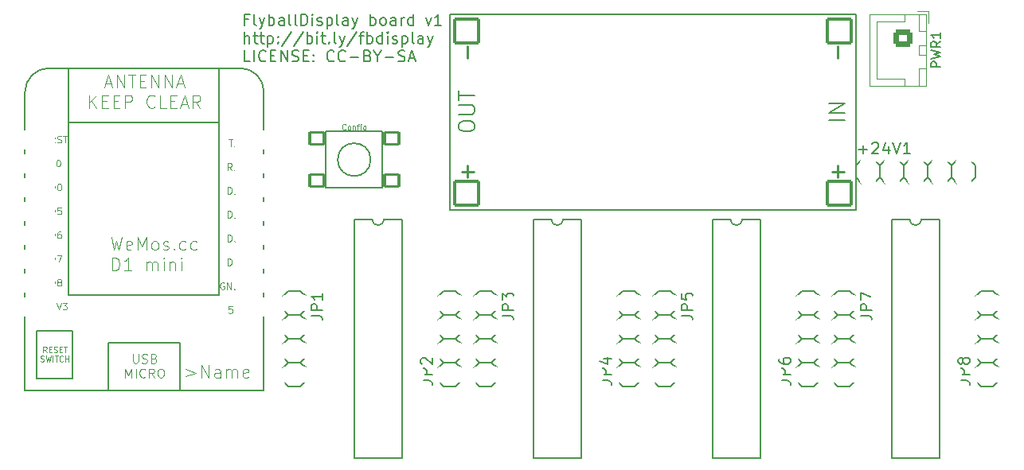
<source format=gto>
G04 #@! TF.GenerationSoftware,KiCad,Pcbnew,(6.0.4)*
G04 #@! TF.CreationDate,2022-03-19T22:36:38+01:00*
G04 #@! TF.ProjectId,FlyballDisplay,466c7962-616c-46c4-9469-73706c61792e,rev?*
G04 #@! TF.SameCoordinates,Original*
G04 #@! TF.FileFunction,Legend,Top*
G04 #@! TF.FilePolarity,Positive*
%FSLAX46Y46*%
G04 Gerber Fmt 4.6, Leading zero omitted, Abs format (unit mm)*
G04 Created by KiCad (PCBNEW (6.0.4)) date 2022-03-19 22:36:38*
%MOMM*%
%LPD*%
G01*
G04 APERTURE LIST*
G04 Aperture macros list*
%AMRoundRect*
0 Rectangle with rounded corners*
0 $1 Rounding radius*
0 $2 $3 $4 $5 $6 $7 $8 $9 X,Y pos of 4 corners*
0 Add a 4 corners polygon primitive as box body*
4,1,4,$2,$3,$4,$5,$6,$7,$8,$9,$2,$3,0*
0 Add four circle primitives for the rounded corners*
1,1,$1+$1,$2,$3*
1,1,$1+$1,$4,$5*
1,1,$1+$1,$6,$7*
1,1,$1+$1,$8,$9*
0 Add four rect primitives between the rounded corners*
20,1,$1+$1,$2,$3,$4,$5,0*
20,1,$1+$1,$4,$5,$6,$7,0*
20,1,$1+$1,$6,$7,$8,$9,0*
20,1,$1+$1,$8,$9,$2,$3,0*%
G04 Aperture macros list end*
%ADD10C,0.142240*%
%ADD11C,0.150000*%
%ADD12C,0.050800*%
%ADD13C,0.081280*%
%ADD14C,0.113792*%
%ADD15C,0.060960*%
%ADD16C,0.127000*%
%ADD17C,0.121920*%
%ADD18C,0.120000*%
%ADD19C,0.203200*%
%ADD20C,0.152400*%
%ADD21C,0.254000*%
%ADD22RoundRect,0.301000X-0.750000X0.600000X-0.750000X-0.600000X0.750000X-0.600000X0.750000X0.600000X0*%
%ADD23O,2.102000X1.802000*%
%ADD24O,3.962400X2.133600*%
%ADD25C,3.302000*%
%ADD26C,2.235200*%
%ADD27O,3.336800X1.820800*%
%ADD28C,3.102000*%
%ADD29RoundRect,0.152400X1.250000X1.250000X-1.250000X1.250000X-1.250000X-1.250000X1.250000X-1.250000X0*%
%ADD30O,1.820800X3.336800*%
%ADD31RoundRect,0.152400X0.775000X-0.650000X0.775000X0.650000X-0.775000X0.650000X-0.775000X-0.650000X0*%
G04 APERTURE END LIST*
D10*
X120920170Y-81810285D02*
X120520170Y-81810285D01*
X120520170Y-82438857D02*
X120520170Y-81238857D01*
X121091598Y-81238857D01*
X121720170Y-82438857D02*
X121605884Y-82381714D01*
X121548741Y-82267428D01*
X121548741Y-81238857D01*
X122063027Y-81638857D02*
X122348741Y-82438857D01*
X122634456Y-81638857D02*
X122348741Y-82438857D01*
X122234456Y-82724571D01*
X122177313Y-82781714D01*
X122063027Y-82838857D01*
X123091598Y-82438857D02*
X123091598Y-81238857D01*
X123091598Y-81696000D02*
X123205884Y-81638857D01*
X123434456Y-81638857D01*
X123548741Y-81696000D01*
X123605884Y-81753142D01*
X123663027Y-81867428D01*
X123663027Y-82210285D01*
X123605884Y-82324571D01*
X123548741Y-82381714D01*
X123434456Y-82438857D01*
X123205884Y-82438857D01*
X123091598Y-82381714D01*
X124691598Y-82438857D02*
X124691598Y-81810285D01*
X124634456Y-81696000D01*
X124520170Y-81638857D01*
X124291598Y-81638857D01*
X124177313Y-81696000D01*
X124691598Y-82381714D02*
X124577313Y-82438857D01*
X124291598Y-82438857D01*
X124177313Y-82381714D01*
X124120170Y-82267428D01*
X124120170Y-82153142D01*
X124177313Y-82038857D01*
X124291598Y-81981714D01*
X124577313Y-81981714D01*
X124691598Y-81924571D01*
X125434456Y-82438857D02*
X125320170Y-82381714D01*
X125263027Y-82267428D01*
X125263027Y-81238857D01*
X126063027Y-82438857D02*
X125948741Y-82381714D01*
X125891598Y-82267428D01*
X125891598Y-81238857D01*
X126520170Y-82438857D02*
X126520170Y-81238857D01*
X126805884Y-81238857D01*
X126977313Y-81296000D01*
X127091598Y-81410285D01*
X127148741Y-81524571D01*
X127205884Y-81753142D01*
X127205884Y-81924571D01*
X127148741Y-82153142D01*
X127091598Y-82267428D01*
X126977313Y-82381714D01*
X126805884Y-82438857D01*
X126520170Y-82438857D01*
X127720170Y-82438857D02*
X127720170Y-81638857D01*
X127720170Y-81238857D02*
X127663027Y-81296000D01*
X127720170Y-81353142D01*
X127777313Y-81296000D01*
X127720170Y-81238857D01*
X127720170Y-81353142D01*
X128234456Y-82381714D02*
X128348741Y-82438857D01*
X128577313Y-82438857D01*
X128691598Y-82381714D01*
X128748741Y-82267428D01*
X128748741Y-82210285D01*
X128691598Y-82096000D01*
X128577313Y-82038857D01*
X128405884Y-82038857D01*
X128291598Y-81981714D01*
X128234456Y-81867428D01*
X128234456Y-81810285D01*
X128291598Y-81696000D01*
X128405884Y-81638857D01*
X128577313Y-81638857D01*
X128691598Y-81696000D01*
X129263027Y-81638857D02*
X129263027Y-82838857D01*
X129263027Y-81696000D02*
X129377313Y-81638857D01*
X129605884Y-81638857D01*
X129720170Y-81696000D01*
X129777313Y-81753142D01*
X129834456Y-81867428D01*
X129834456Y-82210285D01*
X129777313Y-82324571D01*
X129720170Y-82381714D01*
X129605884Y-82438857D01*
X129377313Y-82438857D01*
X129263027Y-82381714D01*
X130520170Y-82438857D02*
X130405884Y-82381714D01*
X130348741Y-82267428D01*
X130348741Y-81238857D01*
X131491598Y-82438857D02*
X131491598Y-81810285D01*
X131434456Y-81696000D01*
X131320170Y-81638857D01*
X131091598Y-81638857D01*
X130977313Y-81696000D01*
X131491598Y-82381714D02*
X131377313Y-82438857D01*
X131091598Y-82438857D01*
X130977313Y-82381714D01*
X130920170Y-82267428D01*
X130920170Y-82153142D01*
X130977313Y-82038857D01*
X131091598Y-81981714D01*
X131377313Y-81981714D01*
X131491598Y-81924571D01*
X131948741Y-81638857D02*
X132234456Y-82438857D01*
X132520170Y-81638857D02*
X132234456Y-82438857D01*
X132120170Y-82724571D01*
X132063027Y-82781714D01*
X131948741Y-82838857D01*
X133891598Y-82438857D02*
X133891598Y-81238857D01*
X133891598Y-81696000D02*
X134005884Y-81638857D01*
X134234456Y-81638857D01*
X134348741Y-81696000D01*
X134405884Y-81753142D01*
X134463027Y-81867428D01*
X134463027Y-82210285D01*
X134405884Y-82324571D01*
X134348741Y-82381714D01*
X134234456Y-82438857D01*
X134005884Y-82438857D01*
X133891598Y-82381714D01*
X135148741Y-82438857D02*
X135034456Y-82381714D01*
X134977313Y-82324571D01*
X134920170Y-82210285D01*
X134920170Y-81867428D01*
X134977313Y-81753142D01*
X135034456Y-81696000D01*
X135148741Y-81638857D01*
X135320170Y-81638857D01*
X135434456Y-81696000D01*
X135491598Y-81753142D01*
X135548741Y-81867428D01*
X135548741Y-82210285D01*
X135491598Y-82324571D01*
X135434456Y-82381714D01*
X135320170Y-82438857D01*
X135148741Y-82438857D01*
X136577313Y-82438857D02*
X136577313Y-81810285D01*
X136520170Y-81696000D01*
X136405884Y-81638857D01*
X136177313Y-81638857D01*
X136063027Y-81696000D01*
X136577313Y-82381714D02*
X136463027Y-82438857D01*
X136177313Y-82438857D01*
X136063027Y-82381714D01*
X136005884Y-82267428D01*
X136005884Y-82153142D01*
X136063027Y-82038857D01*
X136177313Y-81981714D01*
X136463027Y-81981714D01*
X136577313Y-81924571D01*
X137148741Y-82438857D02*
X137148741Y-81638857D01*
X137148741Y-81867428D02*
X137205884Y-81753142D01*
X137263027Y-81696000D01*
X137377313Y-81638857D01*
X137491598Y-81638857D01*
X138405884Y-82438857D02*
X138405884Y-81238857D01*
X138405884Y-82381714D02*
X138291598Y-82438857D01*
X138063027Y-82438857D01*
X137948741Y-82381714D01*
X137891598Y-82324571D01*
X137834456Y-82210285D01*
X137834456Y-81867428D01*
X137891598Y-81753142D01*
X137948741Y-81696000D01*
X138063027Y-81638857D01*
X138291598Y-81638857D01*
X138405884Y-81696000D01*
X139777313Y-81638857D02*
X140063027Y-82438857D01*
X140348741Y-81638857D01*
X141434456Y-82438857D02*
X140748741Y-82438857D01*
X141091598Y-82438857D02*
X141091598Y-81238857D01*
X140977313Y-81410285D01*
X140863027Y-81524571D01*
X140748741Y-81581714D01*
X120520170Y-84370857D02*
X120520170Y-83170857D01*
X121034456Y-84370857D02*
X121034456Y-83742285D01*
X120977313Y-83628000D01*
X120863027Y-83570857D01*
X120691598Y-83570857D01*
X120577313Y-83628000D01*
X120520170Y-83685142D01*
X121434456Y-83570857D02*
X121891598Y-83570857D01*
X121605884Y-83170857D02*
X121605884Y-84199428D01*
X121663027Y-84313714D01*
X121777313Y-84370857D01*
X121891598Y-84370857D01*
X122120170Y-83570857D02*
X122577313Y-83570857D01*
X122291598Y-83170857D02*
X122291598Y-84199428D01*
X122348741Y-84313714D01*
X122463027Y-84370857D01*
X122577313Y-84370857D01*
X122977313Y-83570857D02*
X122977313Y-84770857D01*
X122977313Y-83628000D02*
X123091598Y-83570857D01*
X123320170Y-83570857D01*
X123434456Y-83628000D01*
X123491598Y-83685142D01*
X123548741Y-83799428D01*
X123548741Y-84142285D01*
X123491598Y-84256571D01*
X123434456Y-84313714D01*
X123320170Y-84370857D01*
X123091598Y-84370857D01*
X122977313Y-84313714D01*
X124063027Y-84256571D02*
X124120170Y-84313714D01*
X124063027Y-84370857D01*
X124005884Y-84313714D01*
X124063027Y-84256571D01*
X124063027Y-84370857D01*
X124063027Y-83628000D02*
X124120170Y-83685142D01*
X124063027Y-83742285D01*
X124005884Y-83685142D01*
X124063027Y-83628000D01*
X124063027Y-83742285D01*
X125491598Y-83113714D02*
X124463027Y-84656571D01*
X126748741Y-83113714D02*
X125720170Y-84656571D01*
X127148741Y-84370857D02*
X127148741Y-83170857D01*
X127148741Y-83628000D02*
X127263027Y-83570857D01*
X127491598Y-83570857D01*
X127605884Y-83628000D01*
X127663027Y-83685142D01*
X127720170Y-83799428D01*
X127720170Y-84142285D01*
X127663027Y-84256571D01*
X127605884Y-84313714D01*
X127491598Y-84370857D01*
X127263027Y-84370857D01*
X127148741Y-84313714D01*
X128234456Y-84370857D02*
X128234456Y-83570857D01*
X128234456Y-83170857D02*
X128177313Y-83228000D01*
X128234456Y-83285142D01*
X128291598Y-83228000D01*
X128234456Y-83170857D01*
X128234456Y-83285142D01*
X128634456Y-83570857D02*
X129091598Y-83570857D01*
X128805884Y-83170857D02*
X128805884Y-84199428D01*
X128863027Y-84313714D01*
X128977313Y-84370857D01*
X129091598Y-84370857D01*
X129491598Y-84256571D02*
X129548741Y-84313714D01*
X129491598Y-84370857D01*
X129434456Y-84313714D01*
X129491598Y-84256571D01*
X129491598Y-84370857D01*
X130234456Y-84370857D02*
X130120170Y-84313714D01*
X130063027Y-84199428D01*
X130063027Y-83170857D01*
X130577313Y-83570857D02*
X130863027Y-84370857D01*
X131148741Y-83570857D02*
X130863027Y-84370857D01*
X130748741Y-84656571D01*
X130691598Y-84713714D01*
X130577313Y-84770857D01*
X132463027Y-83113714D02*
X131434456Y-84656571D01*
X132691598Y-83570857D02*
X133148741Y-83570857D01*
X132863027Y-84370857D02*
X132863027Y-83342285D01*
X132920170Y-83228000D01*
X133034456Y-83170857D01*
X133148741Y-83170857D01*
X133548741Y-84370857D02*
X133548741Y-83170857D01*
X133548741Y-83628000D02*
X133663027Y-83570857D01*
X133891598Y-83570857D01*
X134005884Y-83628000D01*
X134063027Y-83685142D01*
X134120170Y-83799428D01*
X134120170Y-84142285D01*
X134063027Y-84256571D01*
X134005884Y-84313714D01*
X133891598Y-84370857D01*
X133663027Y-84370857D01*
X133548741Y-84313714D01*
X135148741Y-84370857D02*
X135148741Y-83170857D01*
X135148741Y-84313714D02*
X135034456Y-84370857D01*
X134805884Y-84370857D01*
X134691598Y-84313714D01*
X134634456Y-84256571D01*
X134577313Y-84142285D01*
X134577313Y-83799428D01*
X134634456Y-83685142D01*
X134691598Y-83628000D01*
X134805884Y-83570857D01*
X135034456Y-83570857D01*
X135148741Y-83628000D01*
X135720170Y-84370857D02*
X135720170Y-83570857D01*
X135720170Y-83170857D02*
X135663027Y-83228000D01*
X135720170Y-83285142D01*
X135777313Y-83228000D01*
X135720170Y-83170857D01*
X135720170Y-83285142D01*
X136234456Y-84313714D02*
X136348741Y-84370857D01*
X136577313Y-84370857D01*
X136691598Y-84313714D01*
X136748741Y-84199428D01*
X136748741Y-84142285D01*
X136691598Y-84028000D01*
X136577313Y-83970857D01*
X136405884Y-83970857D01*
X136291598Y-83913714D01*
X136234456Y-83799428D01*
X136234456Y-83742285D01*
X136291598Y-83628000D01*
X136405884Y-83570857D01*
X136577313Y-83570857D01*
X136691598Y-83628000D01*
X137263027Y-83570857D02*
X137263027Y-84770857D01*
X137263027Y-83628000D02*
X137377313Y-83570857D01*
X137605884Y-83570857D01*
X137720170Y-83628000D01*
X137777313Y-83685142D01*
X137834456Y-83799428D01*
X137834456Y-84142285D01*
X137777313Y-84256571D01*
X137720170Y-84313714D01*
X137605884Y-84370857D01*
X137377313Y-84370857D01*
X137263027Y-84313714D01*
X138520170Y-84370857D02*
X138405884Y-84313714D01*
X138348741Y-84199428D01*
X138348741Y-83170857D01*
X139491598Y-84370857D02*
X139491598Y-83742285D01*
X139434456Y-83628000D01*
X139320170Y-83570857D01*
X139091598Y-83570857D01*
X138977313Y-83628000D01*
X139491598Y-84313714D02*
X139377313Y-84370857D01*
X139091598Y-84370857D01*
X138977313Y-84313714D01*
X138920170Y-84199428D01*
X138920170Y-84085142D01*
X138977313Y-83970857D01*
X139091598Y-83913714D01*
X139377313Y-83913714D01*
X139491598Y-83856571D01*
X139948741Y-83570857D02*
X140234456Y-84370857D01*
X140520170Y-83570857D02*
X140234456Y-84370857D01*
X140120170Y-84656571D01*
X140063027Y-84713714D01*
X139948741Y-84770857D01*
X121091598Y-86302857D02*
X120520170Y-86302857D01*
X120520170Y-85102857D01*
X121491598Y-86302857D02*
X121491598Y-85102857D01*
X122748741Y-86188571D02*
X122691598Y-86245714D01*
X122520170Y-86302857D01*
X122405884Y-86302857D01*
X122234456Y-86245714D01*
X122120170Y-86131428D01*
X122063027Y-86017142D01*
X122005884Y-85788571D01*
X122005884Y-85617142D01*
X122063027Y-85388571D01*
X122120170Y-85274285D01*
X122234456Y-85160000D01*
X122405884Y-85102857D01*
X122520170Y-85102857D01*
X122691598Y-85160000D01*
X122748741Y-85217142D01*
X123263027Y-85674285D02*
X123663027Y-85674285D01*
X123834456Y-86302857D02*
X123263027Y-86302857D01*
X123263027Y-85102857D01*
X123834456Y-85102857D01*
X124348741Y-86302857D02*
X124348741Y-85102857D01*
X125034456Y-86302857D01*
X125034456Y-85102857D01*
X125548741Y-86245714D02*
X125720170Y-86302857D01*
X126005884Y-86302857D01*
X126120170Y-86245714D01*
X126177313Y-86188571D01*
X126234456Y-86074285D01*
X126234456Y-85960000D01*
X126177313Y-85845714D01*
X126120170Y-85788571D01*
X126005884Y-85731428D01*
X125777313Y-85674285D01*
X125663027Y-85617142D01*
X125605884Y-85560000D01*
X125548741Y-85445714D01*
X125548741Y-85331428D01*
X125605884Y-85217142D01*
X125663027Y-85160000D01*
X125777313Y-85102857D01*
X126063027Y-85102857D01*
X126234456Y-85160000D01*
X126748741Y-85674285D02*
X127148741Y-85674285D01*
X127320170Y-86302857D02*
X126748741Y-86302857D01*
X126748741Y-85102857D01*
X127320170Y-85102857D01*
X127834456Y-86188571D02*
X127891598Y-86245714D01*
X127834456Y-86302857D01*
X127777313Y-86245714D01*
X127834456Y-86188571D01*
X127834456Y-86302857D01*
X127834456Y-85560000D02*
X127891598Y-85617142D01*
X127834456Y-85674285D01*
X127777313Y-85617142D01*
X127834456Y-85560000D01*
X127834456Y-85674285D01*
X130005884Y-86188571D02*
X129948741Y-86245714D01*
X129777313Y-86302857D01*
X129663027Y-86302857D01*
X129491598Y-86245714D01*
X129377313Y-86131428D01*
X129320170Y-86017142D01*
X129263027Y-85788571D01*
X129263027Y-85617142D01*
X129320170Y-85388571D01*
X129377313Y-85274285D01*
X129491598Y-85160000D01*
X129663027Y-85102857D01*
X129777313Y-85102857D01*
X129948741Y-85160000D01*
X130005884Y-85217142D01*
X131205884Y-86188571D02*
X131148741Y-86245714D01*
X130977313Y-86302857D01*
X130863027Y-86302857D01*
X130691598Y-86245714D01*
X130577313Y-86131428D01*
X130520170Y-86017142D01*
X130463027Y-85788571D01*
X130463027Y-85617142D01*
X130520170Y-85388571D01*
X130577313Y-85274285D01*
X130691598Y-85160000D01*
X130863027Y-85102857D01*
X130977313Y-85102857D01*
X131148741Y-85160000D01*
X131205884Y-85217142D01*
X131720170Y-85845714D02*
X132634456Y-85845714D01*
X133605884Y-85674285D02*
X133777313Y-85731428D01*
X133834456Y-85788571D01*
X133891598Y-85902857D01*
X133891598Y-86074285D01*
X133834456Y-86188571D01*
X133777313Y-86245714D01*
X133663027Y-86302857D01*
X133205884Y-86302857D01*
X133205884Y-85102857D01*
X133605884Y-85102857D01*
X133720170Y-85160000D01*
X133777313Y-85217142D01*
X133834456Y-85331428D01*
X133834456Y-85445714D01*
X133777313Y-85560000D01*
X133720170Y-85617142D01*
X133605884Y-85674285D01*
X133205884Y-85674285D01*
X134634456Y-85731428D02*
X134634456Y-86302857D01*
X134234456Y-85102857D02*
X134634456Y-85731428D01*
X135034456Y-85102857D01*
X135434456Y-85845714D02*
X136348741Y-85845714D01*
X136863027Y-86245714D02*
X137034456Y-86302857D01*
X137320170Y-86302857D01*
X137434456Y-86245714D01*
X137491598Y-86188571D01*
X137548741Y-86074285D01*
X137548741Y-85960000D01*
X137491598Y-85845714D01*
X137434456Y-85788571D01*
X137320170Y-85731428D01*
X137091598Y-85674285D01*
X136977313Y-85617142D01*
X136920170Y-85560000D01*
X136863027Y-85445714D01*
X136863027Y-85331428D01*
X136920170Y-85217142D01*
X136977313Y-85160000D01*
X137091598Y-85102857D01*
X137377313Y-85102857D01*
X137548741Y-85160000D01*
X138005884Y-85960000D02*
X138577313Y-85960000D01*
X137891598Y-86302857D02*
X138291598Y-85102857D01*
X138691598Y-86302857D01*
D11*
X194502380Y-86879523D02*
X193502380Y-86879523D01*
X193502380Y-86498571D01*
X193550000Y-86403333D01*
X193597619Y-86355714D01*
X193692857Y-86308095D01*
X193835714Y-86308095D01*
X193930952Y-86355714D01*
X193978571Y-86403333D01*
X194026190Y-86498571D01*
X194026190Y-86879523D01*
X193502380Y-85974761D02*
X194502380Y-85736666D01*
X193788095Y-85546190D01*
X194502380Y-85355714D01*
X193502380Y-85117619D01*
X194502380Y-84165238D02*
X194026190Y-84498571D01*
X194502380Y-84736666D02*
X193502380Y-84736666D01*
X193502380Y-84355714D01*
X193550000Y-84260476D01*
X193597619Y-84212857D01*
X193692857Y-84165238D01*
X193835714Y-84165238D01*
X193930952Y-84212857D01*
X193978571Y-84260476D01*
X194026190Y-84355714D01*
X194026190Y-84736666D01*
X194502380Y-83212857D02*
X194502380Y-83784285D01*
X194502380Y-83498571D02*
X193502380Y-83498571D01*
X193645238Y-83593809D01*
X193740476Y-83689047D01*
X193788095Y-83784285D01*
D12*
X99453851Y-117262282D02*
X99252767Y-116975020D01*
X99109136Y-117262282D02*
X99109136Y-116659032D01*
X99338946Y-116659032D01*
X99396398Y-116687759D01*
X99425125Y-116716485D01*
X99453851Y-116773937D01*
X99453851Y-116860116D01*
X99425125Y-116917568D01*
X99396398Y-116946294D01*
X99338946Y-116975020D01*
X99109136Y-116975020D01*
X99712386Y-116946294D02*
X99913470Y-116946294D01*
X99999648Y-117262282D02*
X99712386Y-117262282D01*
X99712386Y-116659032D01*
X99999648Y-116659032D01*
X100229458Y-117233556D02*
X100315636Y-117262282D01*
X100459267Y-117262282D01*
X100516720Y-117233556D01*
X100545446Y-117204830D01*
X100574172Y-117147378D01*
X100574172Y-117089925D01*
X100545446Y-117032473D01*
X100516720Y-117003747D01*
X100459267Y-116975020D01*
X100344363Y-116946294D01*
X100286910Y-116917568D01*
X100258184Y-116888842D01*
X100229458Y-116831389D01*
X100229458Y-116773937D01*
X100258184Y-116716485D01*
X100286910Y-116687759D01*
X100344363Y-116659032D01*
X100487994Y-116659032D01*
X100574172Y-116687759D01*
X100832708Y-116946294D02*
X101033791Y-116946294D01*
X101119970Y-117262282D02*
X100832708Y-117262282D01*
X100832708Y-116659032D01*
X101119970Y-116659032D01*
X101292327Y-116659032D02*
X101637041Y-116659032D01*
X101464684Y-117262282D02*
X101464684Y-116659032D01*
X98821875Y-118204789D02*
X98908053Y-118233515D01*
X99051684Y-118233515D01*
X99109136Y-118204789D01*
X99137863Y-118176063D01*
X99166589Y-118118611D01*
X99166589Y-118061158D01*
X99137863Y-118003706D01*
X99109136Y-117974980D01*
X99051684Y-117946253D01*
X98936779Y-117917527D01*
X98879327Y-117888801D01*
X98850601Y-117860075D01*
X98821875Y-117802622D01*
X98821875Y-117745170D01*
X98850601Y-117687718D01*
X98879327Y-117658992D01*
X98936779Y-117630265D01*
X99080410Y-117630265D01*
X99166589Y-117658992D01*
X99367672Y-117630265D02*
X99511303Y-118233515D01*
X99626208Y-117802622D01*
X99741113Y-118233515D01*
X99884744Y-117630265D01*
X100114553Y-118233515D02*
X100114553Y-117630265D01*
X100315636Y-117630265D02*
X100660351Y-117630265D01*
X100487994Y-118233515D02*
X100487994Y-117630265D01*
X101206148Y-118176063D02*
X101177422Y-118204789D01*
X101091244Y-118233515D01*
X101033791Y-118233515D01*
X100947613Y-118204789D01*
X100890160Y-118147337D01*
X100861434Y-118089884D01*
X100832708Y-117974980D01*
X100832708Y-117888801D01*
X100861434Y-117773896D01*
X100890160Y-117716444D01*
X100947613Y-117658992D01*
X101033791Y-117630265D01*
X101091244Y-117630265D01*
X101177422Y-117658992D01*
X101206148Y-117687718D01*
X101464684Y-118233515D02*
X101464684Y-117630265D01*
X101464684Y-117917527D02*
X101809398Y-117917527D01*
X101809398Y-118233515D02*
X101809398Y-117630265D01*
D13*
X108637009Y-117439452D02*
X108637009Y-118220804D01*
X108682971Y-118312728D01*
X108728933Y-118358690D01*
X108820857Y-118404652D01*
X109004704Y-118404652D01*
X109096628Y-118358690D01*
X109142590Y-118312728D01*
X109188552Y-118220804D01*
X109188552Y-117439452D01*
X109602209Y-118358690D02*
X109740095Y-118404652D01*
X109969904Y-118404652D01*
X110061828Y-118358690D01*
X110107790Y-118312728D01*
X110153752Y-118220804D01*
X110153752Y-118128880D01*
X110107790Y-118036956D01*
X110061828Y-117990994D01*
X109969904Y-117945033D01*
X109786057Y-117899071D01*
X109694133Y-117853109D01*
X109648171Y-117807147D01*
X109602209Y-117715223D01*
X109602209Y-117623299D01*
X109648171Y-117531375D01*
X109694133Y-117485414D01*
X109786057Y-117439452D01*
X110015866Y-117439452D01*
X110153752Y-117485414D01*
X110889142Y-117899071D02*
X111027028Y-117945033D01*
X111072990Y-117990994D01*
X111118952Y-118082918D01*
X111118952Y-118220804D01*
X111072990Y-118312728D01*
X111027028Y-118358690D01*
X110935104Y-118404652D01*
X110567409Y-118404652D01*
X110567409Y-117439452D01*
X110889142Y-117439452D01*
X110981066Y-117485414D01*
X111027028Y-117531375D01*
X111072990Y-117623299D01*
X111072990Y-117715223D01*
X111027028Y-117807147D01*
X110981066Y-117853109D01*
X110889142Y-117899071D01*
X110567409Y-117899071D01*
X107832676Y-119958624D02*
X107832676Y-118993424D01*
X108154409Y-119682852D01*
X108476142Y-118993424D01*
X108476142Y-119958624D01*
X108935761Y-119958624D02*
X108935761Y-118993424D01*
X109946923Y-119866700D02*
X109900961Y-119912662D01*
X109763076Y-119958624D01*
X109671152Y-119958624D01*
X109533266Y-119912662D01*
X109441342Y-119820738D01*
X109395380Y-119728814D01*
X109349419Y-119544966D01*
X109349419Y-119407081D01*
X109395380Y-119223233D01*
X109441342Y-119131309D01*
X109533266Y-119039386D01*
X109671152Y-118993424D01*
X109763076Y-118993424D01*
X109900961Y-119039386D01*
X109946923Y-119085347D01*
X110912123Y-119958624D02*
X110590390Y-119499005D01*
X110360580Y-119958624D02*
X110360580Y-118993424D01*
X110728276Y-118993424D01*
X110820200Y-119039386D01*
X110866161Y-119085347D01*
X110912123Y-119177271D01*
X110912123Y-119315157D01*
X110866161Y-119407081D01*
X110820200Y-119453043D01*
X110728276Y-119499005D01*
X110360580Y-119499005D01*
X111509628Y-118993424D02*
X111693476Y-118993424D01*
X111785400Y-119039386D01*
X111877323Y-119131309D01*
X111923285Y-119315157D01*
X111923285Y-119636890D01*
X111877323Y-119820738D01*
X111785400Y-119912662D01*
X111693476Y-119958624D01*
X111509628Y-119958624D01*
X111417704Y-119912662D01*
X111325780Y-119820738D01*
X111279819Y-119636890D01*
X111279819Y-119315157D01*
X111325780Y-119131309D01*
X111417704Y-119039386D01*
X111509628Y-118993424D01*
D14*
X105704640Y-88672433D02*
X106348106Y-88672433D01*
X105575946Y-89058513D02*
X106026373Y-87707233D01*
X106476800Y-89058513D01*
X106927226Y-89058513D02*
X106927226Y-87707233D01*
X107699386Y-89058513D01*
X107699386Y-87707233D01*
X108149813Y-87707233D02*
X108921973Y-87707233D01*
X108535893Y-89058513D02*
X108535893Y-87707233D01*
X109372400Y-88350700D02*
X109822826Y-88350700D01*
X110015866Y-89058513D02*
X109372400Y-89058513D01*
X109372400Y-87707233D01*
X110015866Y-87707233D01*
X110594986Y-89058513D02*
X110594986Y-87707233D01*
X111367146Y-89058513D01*
X111367146Y-87707233D01*
X112010613Y-89058513D02*
X112010613Y-87707233D01*
X112782773Y-89058513D01*
X112782773Y-87707233D01*
X113361893Y-88672433D02*
X114005360Y-88672433D01*
X113233200Y-89058513D02*
X113683626Y-87707233D01*
X114134053Y-89058513D01*
X103999453Y-91234074D02*
X103999453Y-89882794D01*
X104771613Y-91234074D02*
X104192493Y-90461914D01*
X104771613Y-89882794D02*
X103999453Y-90654954D01*
X105350733Y-90526261D02*
X105801160Y-90526261D01*
X105994200Y-91234074D02*
X105350733Y-91234074D01*
X105350733Y-89882794D01*
X105994200Y-89882794D01*
X106573320Y-90526261D02*
X107023746Y-90526261D01*
X107216786Y-91234074D02*
X106573320Y-91234074D01*
X106573320Y-89882794D01*
X107216786Y-89882794D01*
X107795906Y-91234074D02*
X107795906Y-89882794D01*
X108310680Y-89882794D01*
X108439373Y-89947141D01*
X108503720Y-90011487D01*
X108568066Y-90140181D01*
X108568066Y-90333221D01*
X108503720Y-90461914D01*
X108439373Y-90526261D01*
X108310680Y-90590607D01*
X107795906Y-90590607D01*
X110948893Y-91105381D02*
X110884546Y-91169727D01*
X110691506Y-91234074D01*
X110562813Y-91234074D01*
X110369773Y-91169727D01*
X110241080Y-91041034D01*
X110176733Y-90912341D01*
X110112386Y-90654954D01*
X110112386Y-90461914D01*
X110176733Y-90204527D01*
X110241080Y-90075834D01*
X110369773Y-89947141D01*
X110562813Y-89882794D01*
X110691506Y-89882794D01*
X110884546Y-89947141D01*
X110948893Y-90011487D01*
X112171480Y-91234074D02*
X111528013Y-91234074D01*
X111528013Y-89882794D01*
X112621906Y-90526261D02*
X113072333Y-90526261D01*
X113265373Y-91234074D02*
X112621906Y-91234074D01*
X112621906Y-89882794D01*
X113265373Y-89882794D01*
X113780146Y-90847994D02*
X114423613Y-90847994D01*
X113651453Y-91234074D02*
X114101880Y-89882794D01*
X114552306Y-91234074D01*
X115774893Y-91234074D02*
X115324466Y-90590607D01*
X115002733Y-91234074D02*
X115002733Y-89882794D01*
X115517506Y-89882794D01*
X115646200Y-89947141D01*
X115710546Y-90011487D01*
X115774893Y-90140181D01*
X115774893Y-90333221D01*
X115710546Y-90461914D01*
X115646200Y-90526261D01*
X115517506Y-90590607D01*
X115002733Y-90590607D01*
D15*
X118803347Y-94580528D02*
X119217004Y-94580528D01*
X119010176Y-95304428D02*
X119010176Y-94580528D01*
X119389361Y-94580528D02*
X119871961Y-95304428D01*
X119871961Y-94580528D02*
X119389361Y-95304428D01*
X119148061Y-97844428D02*
X118906761Y-97499714D01*
X118734404Y-97844428D02*
X118734404Y-97120528D01*
X119010176Y-97120528D01*
X119079118Y-97155000D01*
X119113590Y-97189471D01*
X119148061Y-97258414D01*
X119148061Y-97361828D01*
X119113590Y-97430771D01*
X119079118Y-97465242D01*
X119010176Y-97499714D01*
X118734404Y-97499714D01*
X119389361Y-97120528D02*
X119871961Y-97844428D01*
X119871961Y-97120528D02*
X119389361Y-97844428D01*
X118734404Y-100384428D02*
X118734404Y-99660528D01*
X118906761Y-99660528D01*
X119010176Y-99695000D01*
X119079118Y-99763942D01*
X119113590Y-99832885D01*
X119148061Y-99970771D01*
X119148061Y-100074185D01*
X119113590Y-100212071D01*
X119079118Y-100281014D01*
X119010176Y-100349957D01*
X118906761Y-100384428D01*
X118734404Y-100384428D01*
X119837490Y-100384428D02*
X119423833Y-100384428D01*
X119630661Y-100384428D02*
X119630661Y-99660528D01*
X119561718Y-99763942D01*
X119492776Y-99832885D01*
X119423833Y-99867357D01*
X118734404Y-102924428D02*
X118734404Y-102200528D01*
X118906761Y-102200528D01*
X119010176Y-102235000D01*
X119079118Y-102303942D01*
X119113590Y-102372885D01*
X119148061Y-102510771D01*
X119148061Y-102614185D01*
X119113590Y-102752071D01*
X119079118Y-102821014D01*
X119010176Y-102889957D01*
X118906761Y-102924428D01*
X118734404Y-102924428D01*
X119423833Y-102269471D02*
X119458304Y-102235000D01*
X119527247Y-102200528D01*
X119699604Y-102200528D01*
X119768547Y-102235000D01*
X119803018Y-102269471D01*
X119837490Y-102338414D01*
X119837490Y-102407357D01*
X119803018Y-102510771D01*
X119389361Y-102924428D01*
X119837490Y-102924428D01*
X118734404Y-105464428D02*
X118734404Y-104740528D01*
X118906761Y-104740528D01*
X119010176Y-104775000D01*
X119079118Y-104843942D01*
X119113590Y-104912885D01*
X119148061Y-105050771D01*
X119148061Y-105154185D01*
X119113590Y-105292071D01*
X119079118Y-105361014D01*
X119010176Y-105429957D01*
X118906761Y-105464428D01*
X118734404Y-105464428D01*
X119389361Y-104740528D02*
X119837490Y-104740528D01*
X119596190Y-105016300D01*
X119699604Y-105016300D01*
X119768547Y-105050771D01*
X119803018Y-105085242D01*
X119837490Y-105154185D01*
X119837490Y-105326542D01*
X119803018Y-105395485D01*
X119768547Y-105429957D01*
X119699604Y-105464428D01*
X119492776Y-105464428D01*
X119423833Y-105429957D01*
X119389361Y-105395485D01*
X118734404Y-108004428D02*
X118734404Y-107280528D01*
X118906761Y-107280528D01*
X119010176Y-107315000D01*
X119079118Y-107383942D01*
X119113590Y-107452885D01*
X119148061Y-107590771D01*
X119148061Y-107694185D01*
X119113590Y-107832071D01*
X119079118Y-107901014D01*
X119010176Y-107969957D01*
X118906761Y-108004428D01*
X118734404Y-108004428D01*
X119768547Y-107521828D02*
X119768547Y-108004428D01*
X119596190Y-107246057D02*
X119423833Y-107763128D01*
X119871961Y-107763128D01*
X118320747Y-109855000D02*
X118251804Y-109820528D01*
X118148390Y-109820528D01*
X118044976Y-109855000D01*
X117976033Y-109923942D01*
X117941561Y-109992885D01*
X117907090Y-110130771D01*
X117907090Y-110234185D01*
X117941561Y-110372071D01*
X117976033Y-110441014D01*
X118044976Y-110509957D01*
X118148390Y-110544428D01*
X118217333Y-110544428D01*
X118320747Y-110509957D01*
X118355218Y-110475485D01*
X118355218Y-110234185D01*
X118217333Y-110234185D01*
X118665461Y-110544428D02*
X118665461Y-109820528D01*
X119079118Y-110544428D01*
X119079118Y-109820528D01*
X119423833Y-110544428D02*
X119423833Y-109820528D01*
X119596190Y-109820528D01*
X119699604Y-109855000D01*
X119768547Y-109923942D01*
X119803018Y-109992885D01*
X119837490Y-110130771D01*
X119837490Y-110234185D01*
X119803018Y-110372071D01*
X119768547Y-110441014D01*
X119699604Y-110509957D01*
X119596190Y-110544428D01*
X119423833Y-110544428D01*
X119182533Y-112360528D02*
X118837818Y-112360528D01*
X118803347Y-112705242D01*
X118837818Y-112670771D01*
X118906761Y-112636300D01*
X119079118Y-112636300D01*
X119148061Y-112670771D01*
X119182533Y-112705242D01*
X119217004Y-112774185D01*
X119217004Y-112946542D01*
X119182533Y-113015485D01*
X119148061Y-113049957D01*
X119079118Y-113084428D01*
X118906761Y-113084428D01*
X118837818Y-113049957D01*
X118803347Y-113015485D01*
X119423833Y-112360528D02*
X119665133Y-113084428D01*
X119906433Y-112360528D01*
X99838038Y-111998578D02*
X100286166Y-111998578D01*
X100044866Y-112274350D01*
X100148281Y-112274350D01*
X100217224Y-112308821D01*
X100251695Y-112343292D01*
X100286166Y-112412235D01*
X100286166Y-112584592D01*
X100251695Y-112653535D01*
X100217224Y-112688007D01*
X100148281Y-112722478D01*
X99941452Y-112722478D01*
X99872509Y-112688007D01*
X99838038Y-112653535D01*
X100492995Y-111998578D02*
X100734295Y-112722478D01*
X100975595Y-111998578D01*
X101147952Y-111998578D02*
X101596081Y-111998578D01*
X101354781Y-112274350D01*
X101458195Y-112274350D01*
X101527138Y-112308821D01*
X101561609Y-112343292D01*
X101596081Y-112412235D01*
X101596081Y-112584592D01*
X101561609Y-112653535D01*
X101527138Y-112688007D01*
X101458195Y-112722478D01*
X101251366Y-112722478D01*
X101182424Y-112688007D01*
X101147952Y-112653535D01*
X99906981Y-110182478D02*
X99906981Y-109458578D01*
X100079338Y-109458578D01*
X100182752Y-109493050D01*
X100251695Y-109561992D01*
X100286166Y-109630935D01*
X100320638Y-109768821D01*
X100320638Y-109872235D01*
X100286166Y-110010121D01*
X100251695Y-110079064D01*
X100182752Y-110148007D01*
X100079338Y-110182478D01*
X99906981Y-110182478D01*
X100734295Y-109768821D02*
X100665352Y-109734350D01*
X100630881Y-109699878D01*
X100596409Y-109630935D01*
X100596409Y-109596464D01*
X100630881Y-109527521D01*
X100665352Y-109493050D01*
X100734295Y-109458578D01*
X100872181Y-109458578D01*
X100941124Y-109493050D01*
X100975595Y-109527521D01*
X101010066Y-109596464D01*
X101010066Y-109630935D01*
X100975595Y-109699878D01*
X100941124Y-109734350D01*
X100872181Y-109768821D01*
X100734295Y-109768821D01*
X100665352Y-109803292D01*
X100630881Y-109837764D01*
X100596409Y-109906707D01*
X100596409Y-110044592D01*
X100630881Y-110113535D01*
X100665352Y-110148007D01*
X100734295Y-110182478D01*
X100872181Y-110182478D01*
X100941124Y-110148007D01*
X100975595Y-110113535D01*
X101010066Y-110044592D01*
X101010066Y-109906707D01*
X100975595Y-109837764D01*
X100941124Y-109803292D01*
X100872181Y-109768821D01*
X99906981Y-107642478D02*
X99906981Y-106918578D01*
X100079338Y-106918578D01*
X100182752Y-106953050D01*
X100251695Y-107021992D01*
X100286166Y-107090935D01*
X100320638Y-107228821D01*
X100320638Y-107332235D01*
X100286166Y-107470121D01*
X100251695Y-107539064D01*
X100182752Y-107608007D01*
X100079338Y-107642478D01*
X99906981Y-107642478D01*
X100561938Y-106918578D02*
X101044538Y-106918578D01*
X100734295Y-107642478D01*
X99906981Y-105102478D02*
X99906981Y-104378578D01*
X100079338Y-104378578D01*
X100182752Y-104413050D01*
X100251695Y-104481992D01*
X100286166Y-104550935D01*
X100320638Y-104688821D01*
X100320638Y-104792235D01*
X100286166Y-104930121D01*
X100251695Y-104999064D01*
X100182752Y-105068007D01*
X100079338Y-105102478D01*
X99906981Y-105102478D01*
X100941124Y-104378578D02*
X100803238Y-104378578D01*
X100734295Y-104413050D01*
X100699824Y-104447521D01*
X100630881Y-104550935D01*
X100596409Y-104688821D01*
X100596409Y-104964592D01*
X100630881Y-105033535D01*
X100665352Y-105068007D01*
X100734295Y-105102478D01*
X100872181Y-105102478D01*
X100941124Y-105068007D01*
X100975595Y-105033535D01*
X101010066Y-104964592D01*
X101010066Y-104792235D01*
X100975595Y-104723292D01*
X100941124Y-104688821D01*
X100872181Y-104654350D01*
X100734295Y-104654350D01*
X100665352Y-104688821D01*
X100630881Y-104723292D01*
X100596409Y-104792235D01*
X99906981Y-102562478D02*
X99906981Y-101838578D01*
X100079338Y-101838578D01*
X100182752Y-101873050D01*
X100251695Y-101941992D01*
X100286166Y-102010935D01*
X100320638Y-102148821D01*
X100320638Y-102252235D01*
X100286166Y-102390121D01*
X100251695Y-102459064D01*
X100182752Y-102528007D01*
X100079338Y-102562478D01*
X99906981Y-102562478D01*
X100975595Y-101838578D02*
X100630881Y-101838578D01*
X100596409Y-102183292D01*
X100630881Y-102148821D01*
X100699824Y-102114350D01*
X100872181Y-102114350D01*
X100941124Y-102148821D01*
X100975595Y-102183292D01*
X101010066Y-102252235D01*
X101010066Y-102424592D01*
X100975595Y-102493535D01*
X100941124Y-102528007D01*
X100872181Y-102562478D01*
X100699824Y-102562478D01*
X100630881Y-102528007D01*
X100596409Y-102493535D01*
X99906981Y-100022478D02*
X99906981Y-99298578D01*
X100079338Y-99298578D01*
X100182752Y-99333050D01*
X100251695Y-99401992D01*
X100286166Y-99470935D01*
X100320638Y-99608821D01*
X100320638Y-99712235D01*
X100286166Y-99850121D01*
X100251695Y-99919064D01*
X100182752Y-99988007D01*
X100079338Y-100022478D01*
X99906981Y-100022478D01*
X100768766Y-99298578D02*
X100837709Y-99298578D01*
X100906652Y-99333050D01*
X100941124Y-99367521D01*
X100975595Y-99436464D01*
X101010066Y-99574350D01*
X101010066Y-99746707D01*
X100975595Y-99884592D01*
X100941124Y-99953535D01*
X100906652Y-99988007D01*
X100837709Y-100022478D01*
X100768766Y-100022478D01*
X100699824Y-99988007D01*
X100665352Y-99953535D01*
X100630881Y-99884592D01*
X100596409Y-99746707D01*
X100596409Y-99574350D01*
X100630881Y-99436464D01*
X100665352Y-99367521D01*
X100699824Y-99333050D01*
X100768766Y-99298578D01*
X99872509Y-97275650D02*
X100217224Y-97275650D01*
X99803566Y-97482478D02*
X100044866Y-96758578D01*
X100286166Y-97482478D01*
X100665352Y-96758578D02*
X100734295Y-96758578D01*
X100803238Y-96793050D01*
X100837709Y-96827521D01*
X100872181Y-96896464D01*
X100906652Y-97034350D01*
X100906652Y-97206707D01*
X100872181Y-97344592D01*
X100837709Y-97413535D01*
X100803238Y-97448007D01*
X100734295Y-97482478D01*
X100665352Y-97482478D01*
X100596409Y-97448007D01*
X100561938Y-97413535D01*
X100527466Y-97344592D01*
X100492995Y-97206707D01*
X100492995Y-97034350D01*
X100527466Y-96896464D01*
X100561938Y-96827521D01*
X100596409Y-96793050D01*
X100665352Y-96758578D01*
X100320638Y-94942478D02*
X100079338Y-94597764D01*
X99906981Y-94942478D02*
X99906981Y-94218578D01*
X100182752Y-94218578D01*
X100251695Y-94253050D01*
X100286166Y-94287521D01*
X100320638Y-94356464D01*
X100320638Y-94459878D01*
X100286166Y-94528821D01*
X100251695Y-94563292D01*
X100182752Y-94597764D01*
X99906981Y-94597764D01*
X100596409Y-94908007D02*
X100699824Y-94942478D01*
X100872181Y-94942478D01*
X100941124Y-94908007D01*
X100975595Y-94873535D01*
X101010066Y-94804592D01*
X101010066Y-94735650D01*
X100975595Y-94666707D01*
X100941124Y-94632235D01*
X100872181Y-94597764D01*
X100734295Y-94563292D01*
X100665352Y-94528821D01*
X100630881Y-94494350D01*
X100596409Y-94425407D01*
X100596409Y-94356464D01*
X100630881Y-94287521D01*
X100665352Y-94253050D01*
X100734295Y-94218578D01*
X100906652Y-94218578D01*
X101010066Y-94253050D01*
X101216895Y-94218578D02*
X101630552Y-94218578D01*
X101423724Y-94942478D02*
X101423724Y-94218578D01*
D14*
X114261595Y-119049800D02*
X115291141Y-119435880D01*
X114261595Y-119821960D01*
X115934608Y-119950653D02*
X115934608Y-118599373D01*
X116706768Y-119950653D01*
X116706768Y-118599373D01*
X117929355Y-119950653D02*
X117929355Y-119242840D01*
X117865008Y-119114146D01*
X117736315Y-119049800D01*
X117478928Y-119049800D01*
X117350235Y-119114146D01*
X117929355Y-119886306D02*
X117800661Y-119950653D01*
X117478928Y-119950653D01*
X117350235Y-119886306D01*
X117285888Y-119757613D01*
X117285888Y-119628920D01*
X117350235Y-119500226D01*
X117478928Y-119435880D01*
X117800661Y-119435880D01*
X117929355Y-119371533D01*
X118572821Y-119950653D02*
X118572821Y-119049800D01*
X118572821Y-119178493D02*
X118637168Y-119114146D01*
X118765861Y-119049800D01*
X118958901Y-119049800D01*
X119087595Y-119114146D01*
X119151941Y-119242840D01*
X119151941Y-119950653D01*
X119151941Y-119242840D02*
X119216288Y-119114146D01*
X119344981Y-119049800D01*
X119538021Y-119049800D01*
X119666715Y-119114146D01*
X119731061Y-119242840D01*
X119731061Y-119950653D01*
X120889301Y-119886306D02*
X120760608Y-119950653D01*
X120503221Y-119950653D01*
X120374528Y-119886306D01*
X120310181Y-119757613D01*
X120310181Y-119242840D01*
X120374528Y-119114146D01*
X120503221Y-119049800D01*
X120760608Y-119049800D01*
X120889301Y-119114146D01*
X120953648Y-119242840D01*
X120953648Y-119371533D01*
X120310181Y-119500226D01*
X106312004Y-104993812D02*
X106633738Y-106345092D01*
X106891124Y-105379892D01*
X107148511Y-106345092D01*
X107470244Y-104993812D01*
X108499791Y-106280745D02*
X108371098Y-106345092D01*
X108113711Y-106345092D01*
X107985018Y-106280745D01*
X107920671Y-106152052D01*
X107920671Y-105637279D01*
X107985018Y-105508585D01*
X108113711Y-105444239D01*
X108371098Y-105444239D01*
X108499791Y-105508585D01*
X108564138Y-105637279D01*
X108564138Y-105765972D01*
X107920671Y-105894665D01*
X109143258Y-106345092D02*
X109143258Y-104993812D01*
X109593684Y-105959012D01*
X110044111Y-104993812D01*
X110044111Y-106345092D01*
X110880618Y-106345092D02*
X110751924Y-106280745D01*
X110687578Y-106216399D01*
X110623231Y-106087705D01*
X110623231Y-105701625D01*
X110687578Y-105572932D01*
X110751924Y-105508585D01*
X110880618Y-105444239D01*
X111073658Y-105444239D01*
X111202351Y-105508585D01*
X111266698Y-105572932D01*
X111331044Y-105701625D01*
X111331044Y-106087705D01*
X111266698Y-106216399D01*
X111202351Y-106280745D01*
X111073658Y-106345092D01*
X110880618Y-106345092D01*
X111845818Y-106280745D02*
X111974511Y-106345092D01*
X112231898Y-106345092D01*
X112360591Y-106280745D01*
X112424938Y-106152052D01*
X112424938Y-106087705D01*
X112360591Y-105959012D01*
X112231898Y-105894665D01*
X112038858Y-105894665D01*
X111910164Y-105830319D01*
X111845818Y-105701625D01*
X111845818Y-105637279D01*
X111910164Y-105508585D01*
X112038858Y-105444239D01*
X112231898Y-105444239D01*
X112360591Y-105508585D01*
X113004058Y-106216399D02*
X113068404Y-106280745D01*
X113004058Y-106345092D01*
X112939711Y-106280745D01*
X113004058Y-106216399D01*
X113004058Y-106345092D01*
X114226644Y-106280745D02*
X114097951Y-106345092D01*
X113840564Y-106345092D01*
X113711871Y-106280745D01*
X113647524Y-106216399D01*
X113583178Y-106087705D01*
X113583178Y-105701625D01*
X113647524Y-105572932D01*
X113711871Y-105508585D01*
X113840564Y-105444239D01*
X114097951Y-105444239D01*
X114226644Y-105508585D01*
X115384884Y-106280745D02*
X115256191Y-106345092D01*
X114998804Y-106345092D01*
X114870111Y-106280745D01*
X114805764Y-106216399D01*
X114741418Y-106087705D01*
X114741418Y-105701625D01*
X114805764Y-105572932D01*
X114870111Y-105508585D01*
X114998804Y-105444239D01*
X115256191Y-105444239D01*
X115384884Y-105508585D01*
X106440698Y-108520653D02*
X106440698Y-107169373D01*
X106762431Y-107169373D01*
X106955471Y-107233720D01*
X107084164Y-107362413D01*
X107148511Y-107491106D01*
X107212858Y-107748493D01*
X107212858Y-107941533D01*
X107148511Y-108198920D01*
X107084164Y-108327613D01*
X106955471Y-108456306D01*
X106762431Y-108520653D01*
X106440698Y-108520653D01*
X108499791Y-108520653D02*
X107727631Y-108520653D01*
X108113711Y-108520653D02*
X108113711Y-107169373D01*
X107985018Y-107362413D01*
X107856324Y-107491106D01*
X107727631Y-107555453D01*
X110108458Y-108520653D02*
X110108458Y-107619800D01*
X110108458Y-107748493D02*
X110172804Y-107684146D01*
X110301498Y-107619800D01*
X110494538Y-107619800D01*
X110623231Y-107684146D01*
X110687578Y-107812840D01*
X110687578Y-108520653D01*
X110687578Y-107812840D02*
X110751924Y-107684146D01*
X110880618Y-107619800D01*
X111073658Y-107619800D01*
X111202351Y-107684146D01*
X111266698Y-107812840D01*
X111266698Y-108520653D01*
X111910164Y-108520653D02*
X111910164Y-107619800D01*
X111910164Y-107169373D02*
X111845818Y-107233720D01*
X111910164Y-107298066D01*
X111974511Y-107233720D01*
X111910164Y-107169373D01*
X111910164Y-107298066D01*
X112553631Y-107619800D02*
X112553631Y-108520653D01*
X112553631Y-107748493D02*
X112617978Y-107684146D01*
X112746671Y-107619800D01*
X112939711Y-107619800D01*
X113068404Y-107684146D01*
X113132751Y-107812840D01*
X113132751Y-108520653D01*
X113776218Y-108520653D02*
X113776218Y-107619800D01*
X113776218Y-107169373D02*
X113711871Y-107233720D01*
X113776218Y-107298066D01*
X113840564Y-107233720D01*
X113776218Y-107169373D01*
X113776218Y-107298066D01*
D16*
X127577447Y-113362759D02*
X128439233Y-113362759D01*
X128611590Y-113420211D01*
X128726495Y-113535116D01*
X128783947Y-113707473D01*
X128783947Y-113822378D01*
X128783947Y-112788235D02*
X127577447Y-112788235D01*
X127577447Y-112328616D01*
X127634900Y-112213711D01*
X127692352Y-112156259D01*
X127807257Y-112098807D01*
X127979614Y-112098807D01*
X128094519Y-112156259D01*
X128151971Y-112213711D01*
X128209423Y-112328616D01*
X128209423Y-112788235D01*
X128783947Y-110949759D02*
X128783947Y-111639188D01*
X128783947Y-111294473D02*
X127577447Y-111294473D01*
X127749804Y-111409378D01*
X127864709Y-111524283D01*
X127922161Y-111639188D01*
X139223347Y-120235273D02*
X140085133Y-120235273D01*
X140257490Y-120292726D01*
X140372395Y-120407630D01*
X140429847Y-120579988D01*
X140429847Y-120694892D01*
X140429847Y-119660750D02*
X139223347Y-119660750D01*
X139223347Y-119201130D01*
X139280800Y-119086226D01*
X139338252Y-119028773D01*
X139453157Y-118971321D01*
X139625514Y-118971321D01*
X139740419Y-119028773D01*
X139797871Y-119086226D01*
X139855323Y-119201130D01*
X139855323Y-119660750D01*
X139338252Y-118511702D02*
X139280800Y-118454250D01*
X139223347Y-118339345D01*
X139223347Y-118052083D01*
X139280800Y-117937178D01*
X139338252Y-117879726D01*
X139453157Y-117822273D01*
X139568061Y-117822273D01*
X139740419Y-117879726D01*
X140429847Y-118569154D01*
X140429847Y-117822273D01*
X147897447Y-113362759D02*
X148759233Y-113362759D01*
X148931590Y-113420211D01*
X149046495Y-113535116D01*
X149103947Y-113707473D01*
X149103947Y-113822378D01*
X149103947Y-112788235D02*
X147897447Y-112788235D01*
X147897447Y-112328616D01*
X147954900Y-112213711D01*
X148012352Y-112156259D01*
X148127257Y-112098807D01*
X148299614Y-112098807D01*
X148414519Y-112156259D01*
X148471971Y-112213711D01*
X148529423Y-112328616D01*
X148529423Y-112788235D01*
X147897447Y-111696640D02*
X147897447Y-110949759D01*
X148357066Y-111351926D01*
X148357066Y-111179569D01*
X148414519Y-111064664D01*
X148471971Y-111007211D01*
X148586876Y-110949759D01*
X148874138Y-110949759D01*
X148989042Y-111007211D01*
X149046495Y-111064664D01*
X149103947Y-111179569D01*
X149103947Y-111524283D01*
X149046495Y-111639188D01*
X148989042Y-111696640D01*
X158273347Y-120235273D02*
X159135133Y-120235273D01*
X159307490Y-120292726D01*
X159422395Y-120407630D01*
X159479847Y-120579988D01*
X159479847Y-120694892D01*
X159479847Y-119660750D02*
X158273347Y-119660750D01*
X158273347Y-119201130D01*
X158330800Y-119086226D01*
X158388252Y-119028773D01*
X158503157Y-118971321D01*
X158675514Y-118971321D01*
X158790419Y-119028773D01*
X158847871Y-119086226D01*
X158905323Y-119201130D01*
X158905323Y-119660750D01*
X158675514Y-117937178D02*
X159479847Y-117937178D01*
X158215895Y-118224440D02*
X159077680Y-118511702D01*
X159077680Y-117764821D01*
X166947447Y-113362759D02*
X167809233Y-113362759D01*
X167981590Y-113420211D01*
X168096495Y-113535116D01*
X168153947Y-113707473D01*
X168153947Y-113822378D01*
X168153947Y-112788235D02*
X166947447Y-112788235D01*
X166947447Y-112328616D01*
X167004900Y-112213711D01*
X167062352Y-112156259D01*
X167177257Y-112098807D01*
X167349614Y-112098807D01*
X167464519Y-112156259D01*
X167521971Y-112213711D01*
X167579423Y-112328616D01*
X167579423Y-112788235D01*
X166947447Y-111007211D02*
X166947447Y-111581735D01*
X167521971Y-111639188D01*
X167464519Y-111581735D01*
X167407066Y-111466830D01*
X167407066Y-111179569D01*
X167464519Y-111064664D01*
X167521971Y-111007211D01*
X167636876Y-110949759D01*
X167924138Y-110949759D01*
X168039042Y-111007211D01*
X168096495Y-111064664D01*
X168153947Y-111179569D01*
X168153947Y-111466830D01*
X168096495Y-111581735D01*
X168039042Y-111639188D01*
X177323347Y-120235273D02*
X178185133Y-120235273D01*
X178357490Y-120292726D01*
X178472395Y-120407630D01*
X178529847Y-120579988D01*
X178529847Y-120694892D01*
X178529847Y-119660750D02*
X177323347Y-119660750D01*
X177323347Y-119201130D01*
X177380800Y-119086226D01*
X177438252Y-119028773D01*
X177553157Y-118971321D01*
X177725514Y-118971321D01*
X177840419Y-119028773D01*
X177897871Y-119086226D01*
X177955323Y-119201130D01*
X177955323Y-119660750D01*
X177323347Y-117937178D02*
X177323347Y-118166988D01*
X177380800Y-118281892D01*
X177438252Y-118339345D01*
X177610609Y-118454250D01*
X177840419Y-118511702D01*
X178300038Y-118511702D01*
X178414942Y-118454250D01*
X178472395Y-118396797D01*
X178529847Y-118281892D01*
X178529847Y-118052083D01*
X178472395Y-117937178D01*
X178414942Y-117879726D01*
X178300038Y-117822273D01*
X178012776Y-117822273D01*
X177897871Y-117879726D01*
X177840419Y-117937178D01*
X177782966Y-118052083D01*
X177782966Y-118281892D01*
X177840419Y-118396797D01*
X177897871Y-118454250D01*
X178012776Y-118511702D01*
X185997447Y-113362759D02*
X186859233Y-113362759D01*
X187031590Y-113420211D01*
X187146495Y-113535116D01*
X187203947Y-113707473D01*
X187203947Y-113822378D01*
X187203947Y-112788235D02*
X185997447Y-112788235D01*
X185997447Y-112328616D01*
X186054900Y-112213711D01*
X186112352Y-112156259D01*
X186227257Y-112098807D01*
X186399614Y-112098807D01*
X186514519Y-112156259D01*
X186571971Y-112213711D01*
X186629423Y-112328616D01*
X186629423Y-112788235D01*
X185997447Y-111696640D02*
X185997447Y-110892307D01*
X187203947Y-111409378D01*
X196373347Y-120235273D02*
X197235133Y-120235273D01*
X197407490Y-120292726D01*
X197522395Y-120407630D01*
X197579847Y-120579988D01*
X197579847Y-120694892D01*
X197579847Y-119660750D02*
X196373347Y-119660750D01*
X196373347Y-119201130D01*
X196430800Y-119086226D01*
X196488252Y-119028773D01*
X196603157Y-118971321D01*
X196775514Y-118971321D01*
X196890419Y-119028773D01*
X196947871Y-119086226D01*
X197005323Y-119201130D01*
X197005323Y-119660750D01*
X196890419Y-118281892D02*
X196832966Y-118396797D01*
X196775514Y-118454250D01*
X196660609Y-118511702D01*
X196603157Y-118511702D01*
X196488252Y-118454250D01*
X196430800Y-118396797D01*
X196373347Y-118281892D01*
X196373347Y-118052083D01*
X196430800Y-117937178D01*
X196488252Y-117879726D01*
X196603157Y-117822273D01*
X196660609Y-117822273D01*
X196775514Y-117879726D01*
X196832966Y-117937178D01*
X196890419Y-118052083D01*
X196890419Y-118281892D01*
X196947871Y-118396797D01*
X197005323Y-118454250D01*
X197120228Y-118511702D01*
X197350038Y-118511702D01*
X197464942Y-118454250D01*
X197522395Y-118396797D01*
X197579847Y-118281892D01*
X197579847Y-118052083D01*
X197522395Y-117937178D01*
X197464942Y-117879726D01*
X197350038Y-117822273D01*
X197120228Y-117822273D01*
X197005323Y-117879726D01*
X196947871Y-117937178D01*
X196890419Y-118052083D01*
D10*
X143296116Y-93352700D02*
X143296116Y-93030966D01*
X143376550Y-92870100D01*
X143537416Y-92709233D01*
X143859150Y-92628800D01*
X144422183Y-92628800D01*
X144743916Y-92709233D01*
X144904783Y-92870100D01*
X144985216Y-93030966D01*
X144985216Y-93352700D01*
X144904783Y-93513566D01*
X144743916Y-93674433D01*
X144422183Y-93754866D01*
X143859150Y-93754866D01*
X143537416Y-93674433D01*
X143376550Y-93513566D01*
X143296116Y-93352700D01*
X143296116Y-91904900D02*
X144663483Y-91904900D01*
X144824350Y-91824466D01*
X144904783Y-91744033D01*
X144985216Y-91583166D01*
X144985216Y-91261433D01*
X144904783Y-91100566D01*
X144824350Y-91020133D01*
X144663483Y-90939700D01*
X143296116Y-90939700D01*
X143296116Y-90376666D02*
X143296116Y-89411466D01*
X144985216Y-89894066D02*
X143296116Y-89894066D01*
X184355216Y-92548366D02*
X182666116Y-92548366D01*
X184355216Y-91744033D02*
X182666116Y-91744033D01*
X184355216Y-90778833D01*
X182666116Y-90778833D01*
D16*
X185789711Y-95667728D02*
X186708950Y-95667728D01*
X186249330Y-96127347D02*
X186249330Y-95208109D01*
X187226021Y-95035752D02*
X187283473Y-94978300D01*
X187398378Y-94920847D01*
X187685640Y-94920847D01*
X187800545Y-94978300D01*
X187857997Y-95035752D01*
X187915450Y-95150657D01*
X187915450Y-95265561D01*
X187857997Y-95437919D01*
X187168569Y-96127347D01*
X187915450Y-96127347D01*
X188949592Y-95323014D02*
X188949592Y-96127347D01*
X188662330Y-94863395D02*
X188375069Y-95725180D01*
X189121950Y-95725180D01*
X189409211Y-94920847D02*
X189811378Y-96127347D01*
X190213545Y-94920847D01*
X191247688Y-96127347D02*
X190558259Y-96127347D01*
X190902973Y-96127347D02*
X190902973Y-94920847D01*
X190788069Y-95093204D01*
X190673164Y-95208109D01*
X190558259Y-95265561D01*
D17*
X131246054Y-93485868D02*
X131218477Y-93513445D01*
X131135745Y-93541022D01*
X131080591Y-93541022D01*
X130997860Y-93513445D01*
X130942705Y-93458291D01*
X130915128Y-93403137D01*
X130887551Y-93292828D01*
X130887551Y-93210097D01*
X130915128Y-93099788D01*
X130942705Y-93044634D01*
X130997860Y-92989480D01*
X131080591Y-92961902D01*
X131135745Y-92961902D01*
X131218477Y-92989480D01*
X131246054Y-93017057D01*
X131576980Y-93541022D02*
X131521825Y-93513445D01*
X131494248Y-93485868D01*
X131466671Y-93430714D01*
X131466671Y-93265251D01*
X131494248Y-93210097D01*
X131521825Y-93182520D01*
X131576980Y-93154942D01*
X131659711Y-93154942D01*
X131714865Y-93182520D01*
X131742442Y-93210097D01*
X131770020Y-93265251D01*
X131770020Y-93430714D01*
X131742442Y-93485868D01*
X131714865Y-93513445D01*
X131659711Y-93541022D01*
X131576980Y-93541022D01*
X132018214Y-93154942D02*
X132018214Y-93541022D01*
X132018214Y-93210097D02*
X132045791Y-93182520D01*
X132100945Y-93154942D01*
X132183677Y-93154942D01*
X132238831Y-93182520D01*
X132266408Y-93237674D01*
X132266408Y-93541022D01*
X132459448Y-93154942D02*
X132680065Y-93154942D01*
X132542180Y-93541022D02*
X132542180Y-93044634D01*
X132569757Y-92989480D01*
X132624911Y-92961902D01*
X132680065Y-92961902D01*
X132873105Y-93541022D02*
X132873105Y-93154942D01*
X132873105Y-92961902D02*
X132845528Y-92989480D01*
X132873105Y-93017057D01*
X132900682Y-92989480D01*
X132873105Y-92961902D01*
X132873105Y-93017057D01*
X133397071Y-93154942D02*
X133397071Y-93623754D01*
X133369494Y-93678908D01*
X133341917Y-93706485D01*
X133286762Y-93734062D01*
X133204031Y-93734062D01*
X133148877Y-93706485D01*
X133397071Y-93513445D02*
X133341917Y-93541022D01*
X133231608Y-93541022D01*
X133176454Y-93513445D01*
X133148877Y-93485868D01*
X133121300Y-93430714D01*
X133121300Y-93265251D01*
X133148877Y-93210097D01*
X133176454Y-93182520D01*
X133231608Y-93154942D01*
X133341917Y-93154942D01*
X133397071Y-93182520D01*
D18*
X190700000Y-88870000D02*
X190700000Y-88120000D01*
X190700000Y-88120000D02*
X187750000Y-88120000D01*
X187750000Y-88120000D02*
X187750000Y-85070000D01*
X190700000Y-82020000D02*
X187750000Y-82020000D01*
X192950000Y-85570000D02*
X192950000Y-84570000D01*
X192950000Y-84570000D02*
X192200000Y-84570000D01*
X192200000Y-84570000D02*
X192200000Y-85570000D01*
X192200000Y-87070000D02*
X192200000Y-88870000D01*
X192950000Y-88870000D02*
X192950000Y-87070000D01*
X193250000Y-80970000D02*
X192000000Y-80970000D01*
X192960000Y-81260000D02*
X186990000Y-81260000D01*
X192950000Y-81270000D02*
X192200000Y-81270000D01*
X186990000Y-81260000D02*
X186990000Y-88880000D01*
X192200000Y-85570000D02*
X192950000Y-85570000D01*
X190700000Y-81270000D02*
X190700000Y-82020000D01*
X192200000Y-81270000D02*
X192200000Y-83070000D01*
X193250000Y-82220000D02*
X193250000Y-80970000D01*
X192200000Y-88870000D02*
X192950000Y-88870000D01*
X192950000Y-83070000D02*
X192950000Y-81270000D01*
X192960000Y-88880000D02*
X192960000Y-81260000D01*
X187750000Y-82020000D02*
X187750000Y-85070000D01*
X192950000Y-87070000D02*
X192200000Y-87070000D01*
X186990000Y-88880000D02*
X192960000Y-88880000D01*
X192200000Y-83070000D02*
X192950000Y-83070000D01*
D19*
X102235000Y-120015000D02*
X102235000Y-114935000D01*
X98425000Y-120015000D02*
X102235000Y-120015000D01*
X98425000Y-114935000D02*
X98425000Y-120015000D01*
X102235000Y-114935000D02*
X98425000Y-114935000D01*
X106045000Y-116205000D02*
X106045000Y-121285000D01*
X113665000Y-116205000D02*
X106045000Y-116205000D01*
X113665000Y-121285000D02*
X113665000Y-116205000D01*
X106045000Y-121285000D02*
X113665000Y-121285000D01*
D16*
X101752400Y-111125000D02*
X117729000Y-111125000D01*
X97155000Y-121285000D02*
X122555000Y-121285000D01*
X97155000Y-89535000D02*
X97155000Y-121285000D01*
X122555000Y-89535000D02*
G75*
G03*
X120015000Y-86995000I-2540000J0D01*
G01*
X99695000Y-86995000D02*
G75*
G03*
X97155000Y-89535000I0J-2540000D01*
G01*
X99695000Y-86995000D02*
X120015000Y-86995000D01*
X122555000Y-89535000D02*
X122555000Y-121285000D01*
X117754400Y-92811600D02*
X117754400Y-111125000D01*
X117729000Y-92811600D02*
X117754400Y-92811600D01*
X101752400Y-92811600D02*
X101752400Y-111125000D01*
X101755000Y-92819000D02*
X117755000Y-92819000D01*
X101755000Y-87019000D02*
X117755000Y-87019000D01*
X101755000Y-92819000D02*
X101755000Y-87019000D01*
X117755000Y-87019000D02*
X117755000Y-92819000D01*
D19*
X134061100Y-103093600D02*
G75*
G03*
X135331100Y-103093600I635000J0D01*
G01*
X137236100Y-128493600D02*
X137236100Y-103093600D01*
X132156100Y-128493600D02*
X137236100Y-128493600D01*
X132156100Y-103093600D02*
X132156100Y-128493600D01*
X132156100Y-103093600D02*
X134061100Y-103093600D01*
X137236100Y-103093600D02*
X135331100Y-103093600D01*
X153111100Y-103093600D02*
G75*
G03*
X154381100Y-103093600I635000J0D01*
G01*
X156286100Y-128493600D02*
X156286100Y-103093600D01*
X151206100Y-128493600D02*
X156286100Y-128493600D01*
X151206100Y-103093600D02*
X151206100Y-128493600D01*
X151206100Y-103093600D02*
X153111100Y-103093600D01*
X156286100Y-103093600D02*
X154381100Y-103093600D01*
D20*
X124536100Y-120238600D02*
X124536100Y-118968600D01*
X125171100Y-118333600D02*
X124536100Y-118968600D01*
X127076100Y-118968600D02*
X126441100Y-118333600D01*
X125171100Y-120873600D02*
X124536100Y-120238600D01*
X126441100Y-120873600D02*
X125171100Y-120873600D01*
X127076100Y-120238600D02*
X126441100Y-120873600D01*
X127076100Y-118968600D02*
X127076100Y-120238600D01*
X124536100Y-112618600D02*
X124536100Y-111348600D01*
X125171100Y-110713600D02*
X124536100Y-111348600D01*
X127076100Y-111348600D02*
X126441100Y-110713600D01*
X126441100Y-110713600D02*
X125171100Y-110713600D01*
X124536100Y-113888600D02*
X125171100Y-113253600D01*
X124536100Y-115158600D02*
X124536100Y-113888600D01*
X125171100Y-115793600D02*
X124536100Y-115158600D01*
X126441100Y-115793600D02*
X125171100Y-115793600D01*
X127076100Y-115158600D02*
X126441100Y-115793600D01*
X127076100Y-113888600D02*
X127076100Y-115158600D01*
X126441100Y-113253600D02*
X127076100Y-113888600D01*
X125171100Y-113253600D02*
X124536100Y-112618600D01*
X126441100Y-113253600D02*
X125171100Y-113253600D01*
X127076100Y-112618600D02*
X126441100Y-113253600D01*
X127076100Y-111348600D02*
X127076100Y-112618600D01*
X124536100Y-116428600D02*
X125171100Y-115793600D01*
X124536100Y-117698600D02*
X124536100Y-116428600D01*
X125171100Y-118333600D02*
X124536100Y-117698600D01*
X126441100Y-118333600D02*
X125171100Y-118333600D01*
X127076100Y-117698600D02*
X126441100Y-118333600D01*
X127076100Y-116428600D02*
X127076100Y-117698600D01*
X126441100Y-115793600D02*
X127076100Y-116428600D01*
X143586100Y-111348600D02*
X143586100Y-112618600D01*
X142951100Y-113253600D02*
X143586100Y-112618600D01*
X141046100Y-112618600D02*
X141681100Y-113253600D01*
X142951100Y-110713600D02*
X143586100Y-111348600D01*
X141681100Y-110713600D02*
X142951100Y-110713600D01*
X141046100Y-111348600D02*
X141681100Y-110713600D01*
X141046100Y-112618600D02*
X141046100Y-111348600D01*
X143586100Y-118968600D02*
X143586100Y-120238600D01*
X142951100Y-120873600D02*
X143586100Y-120238600D01*
X141046100Y-120238600D02*
X141681100Y-120873600D01*
X141681100Y-120873600D02*
X142951100Y-120873600D01*
X143586100Y-117698600D02*
X142951100Y-118333600D01*
X143586100Y-116428600D02*
X143586100Y-117698600D01*
X142951100Y-115793600D02*
X143586100Y-116428600D01*
X141681100Y-115793600D02*
X142951100Y-115793600D01*
X141046100Y-116428600D02*
X141681100Y-115793600D01*
X141046100Y-117698600D02*
X141046100Y-116428600D01*
X141681100Y-118333600D02*
X141046100Y-117698600D01*
X142951100Y-118333600D02*
X143586100Y-118968600D01*
X141681100Y-118333600D02*
X142951100Y-118333600D01*
X141046100Y-118968600D02*
X141681100Y-118333600D01*
X141046100Y-120238600D02*
X141046100Y-118968600D01*
X143586100Y-115158600D02*
X142951100Y-115793600D01*
X143586100Y-113888600D02*
X143586100Y-115158600D01*
X142951100Y-113253600D02*
X143586100Y-113888600D01*
X141681100Y-113253600D02*
X142951100Y-113253600D01*
X141046100Y-113888600D02*
X141681100Y-113253600D01*
X141046100Y-115158600D02*
X141046100Y-113888600D01*
X141681100Y-115793600D02*
X141046100Y-115158600D01*
X144856100Y-120238600D02*
X144856100Y-118968600D01*
X145491100Y-118333600D02*
X144856100Y-118968600D01*
X147396100Y-118968600D02*
X146761100Y-118333600D01*
X145491100Y-120873600D02*
X144856100Y-120238600D01*
X146761100Y-120873600D02*
X145491100Y-120873600D01*
X147396100Y-120238600D02*
X146761100Y-120873600D01*
X147396100Y-118968600D02*
X147396100Y-120238600D01*
X144856100Y-112618600D02*
X144856100Y-111348600D01*
X145491100Y-110713600D02*
X144856100Y-111348600D01*
X147396100Y-111348600D02*
X146761100Y-110713600D01*
X146761100Y-110713600D02*
X145491100Y-110713600D01*
X144856100Y-113888600D02*
X145491100Y-113253600D01*
X144856100Y-115158600D02*
X144856100Y-113888600D01*
X145491100Y-115793600D02*
X144856100Y-115158600D01*
X146761100Y-115793600D02*
X145491100Y-115793600D01*
X147396100Y-115158600D02*
X146761100Y-115793600D01*
X147396100Y-113888600D02*
X147396100Y-115158600D01*
X146761100Y-113253600D02*
X147396100Y-113888600D01*
X145491100Y-113253600D02*
X144856100Y-112618600D01*
X146761100Y-113253600D02*
X145491100Y-113253600D01*
X147396100Y-112618600D02*
X146761100Y-113253600D01*
X147396100Y-111348600D02*
X147396100Y-112618600D01*
X144856100Y-116428600D02*
X145491100Y-115793600D01*
X144856100Y-117698600D02*
X144856100Y-116428600D01*
X145491100Y-118333600D02*
X144856100Y-117698600D01*
X146761100Y-118333600D02*
X145491100Y-118333600D01*
X147396100Y-117698600D02*
X146761100Y-118333600D01*
X147396100Y-116428600D02*
X147396100Y-117698600D01*
X146761100Y-115793600D02*
X147396100Y-116428600D01*
X162636100Y-111348600D02*
X162636100Y-112618600D01*
X162001100Y-113253600D02*
X162636100Y-112618600D01*
X160096100Y-112618600D02*
X160731100Y-113253600D01*
X162001100Y-110713600D02*
X162636100Y-111348600D01*
X160731100Y-110713600D02*
X162001100Y-110713600D01*
X160096100Y-111348600D02*
X160731100Y-110713600D01*
X160096100Y-112618600D02*
X160096100Y-111348600D01*
X162636100Y-118968600D02*
X162636100Y-120238600D01*
X162001100Y-120873600D02*
X162636100Y-120238600D01*
X160096100Y-120238600D02*
X160731100Y-120873600D01*
X160731100Y-120873600D02*
X162001100Y-120873600D01*
X162636100Y-117698600D02*
X162001100Y-118333600D01*
X162636100Y-116428600D02*
X162636100Y-117698600D01*
X162001100Y-115793600D02*
X162636100Y-116428600D01*
X160731100Y-115793600D02*
X162001100Y-115793600D01*
X160096100Y-116428600D02*
X160731100Y-115793600D01*
X160096100Y-117698600D02*
X160096100Y-116428600D01*
X160731100Y-118333600D02*
X160096100Y-117698600D01*
X162001100Y-118333600D02*
X162636100Y-118968600D01*
X160731100Y-118333600D02*
X162001100Y-118333600D01*
X160096100Y-118968600D02*
X160731100Y-118333600D01*
X160096100Y-120238600D02*
X160096100Y-118968600D01*
X162636100Y-115158600D02*
X162001100Y-115793600D01*
X162636100Y-113888600D02*
X162636100Y-115158600D01*
X162001100Y-113253600D02*
X162636100Y-113888600D01*
X160731100Y-113253600D02*
X162001100Y-113253600D01*
X160096100Y-113888600D02*
X160731100Y-113253600D01*
X160096100Y-115158600D02*
X160096100Y-113888600D01*
X160731100Y-115793600D02*
X160096100Y-115158600D01*
D19*
X172161100Y-103093600D02*
G75*
G03*
X173431100Y-103093600I635000J0D01*
G01*
X175336100Y-128493600D02*
X175336100Y-103093600D01*
X170256100Y-128493600D02*
X175336100Y-128493600D01*
X170256100Y-103093600D02*
X170256100Y-128493600D01*
X170256100Y-103093600D02*
X172161100Y-103093600D01*
X175336100Y-103093600D02*
X173431100Y-103093600D01*
D20*
X163906100Y-120238600D02*
X163906100Y-118968600D01*
X164541100Y-118333600D02*
X163906100Y-118968600D01*
X166446100Y-118968600D02*
X165811100Y-118333600D01*
X164541100Y-120873600D02*
X163906100Y-120238600D01*
X165811100Y-120873600D02*
X164541100Y-120873600D01*
X166446100Y-120238600D02*
X165811100Y-120873600D01*
X166446100Y-118968600D02*
X166446100Y-120238600D01*
X163906100Y-112618600D02*
X163906100Y-111348600D01*
X164541100Y-110713600D02*
X163906100Y-111348600D01*
X166446100Y-111348600D02*
X165811100Y-110713600D01*
X165811100Y-110713600D02*
X164541100Y-110713600D01*
X163906100Y-113888600D02*
X164541100Y-113253600D01*
X163906100Y-115158600D02*
X163906100Y-113888600D01*
X164541100Y-115793600D02*
X163906100Y-115158600D01*
X165811100Y-115793600D02*
X164541100Y-115793600D01*
X166446100Y-115158600D02*
X165811100Y-115793600D01*
X166446100Y-113888600D02*
X166446100Y-115158600D01*
X165811100Y-113253600D02*
X166446100Y-113888600D01*
X164541100Y-113253600D02*
X163906100Y-112618600D01*
X165811100Y-113253600D02*
X164541100Y-113253600D01*
X166446100Y-112618600D02*
X165811100Y-113253600D01*
X166446100Y-111348600D02*
X166446100Y-112618600D01*
X163906100Y-116428600D02*
X164541100Y-115793600D01*
X163906100Y-117698600D02*
X163906100Y-116428600D01*
X164541100Y-118333600D02*
X163906100Y-117698600D01*
X165811100Y-118333600D02*
X164541100Y-118333600D01*
X166446100Y-117698600D02*
X165811100Y-118333600D01*
X166446100Y-116428600D02*
X166446100Y-117698600D01*
X165811100Y-115793600D02*
X166446100Y-116428600D01*
X181686100Y-111348600D02*
X181686100Y-112618600D01*
X181051100Y-113253600D02*
X181686100Y-112618600D01*
X179146100Y-112618600D02*
X179781100Y-113253600D01*
X181051100Y-110713600D02*
X181686100Y-111348600D01*
X179781100Y-110713600D02*
X181051100Y-110713600D01*
X179146100Y-111348600D02*
X179781100Y-110713600D01*
X179146100Y-112618600D02*
X179146100Y-111348600D01*
X181686100Y-118968600D02*
X181686100Y-120238600D01*
X181051100Y-120873600D02*
X181686100Y-120238600D01*
X179146100Y-120238600D02*
X179781100Y-120873600D01*
X179781100Y-120873600D02*
X181051100Y-120873600D01*
X181686100Y-117698600D02*
X181051100Y-118333600D01*
X181686100Y-116428600D02*
X181686100Y-117698600D01*
X181051100Y-115793600D02*
X181686100Y-116428600D01*
X179781100Y-115793600D02*
X181051100Y-115793600D01*
X179146100Y-116428600D02*
X179781100Y-115793600D01*
X179146100Y-117698600D02*
X179146100Y-116428600D01*
X179781100Y-118333600D02*
X179146100Y-117698600D01*
X181051100Y-118333600D02*
X181686100Y-118968600D01*
X179781100Y-118333600D02*
X181051100Y-118333600D01*
X179146100Y-118968600D02*
X179781100Y-118333600D01*
X179146100Y-120238600D02*
X179146100Y-118968600D01*
X181686100Y-115158600D02*
X181051100Y-115793600D01*
X181686100Y-113888600D02*
X181686100Y-115158600D01*
X181051100Y-113253600D02*
X181686100Y-113888600D01*
X179781100Y-113253600D02*
X181051100Y-113253600D01*
X179146100Y-113888600D02*
X179781100Y-113253600D01*
X179146100Y-115158600D02*
X179146100Y-113888600D01*
X179781100Y-115793600D02*
X179146100Y-115158600D01*
D19*
X191211100Y-103093600D02*
G75*
G03*
X192481100Y-103093600I635000J0D01*
G01*
X194386100Y-128493600D02*
X194386100Y-103093600D01*
X189306100Y-128493600D02*
X194386100Y-128493600D01*
X189306100Y-103093600D02*
X189306100Y-128493600D01*
X189306100Y-103093600D02*
X191211100Y-103093600D01*
X194386100Y-103093600D02*
X192481100Y-103093600D01*
D20*
X182956100Y-120238600D02*
X182956100Y-118968600D01*
X183591100Y-118333600D02*
X182956100Y-118968600D01*
X185496100Y-118968600D02*
X184861100Y-118333600D01*
X183591100Y-120873600D02*
X182956100Y-120238600D01*
X184861100Y-120873600D02*
X183591100Y-120873600D01*
X185496100Y-120238600D02*
X184861100Y-120873600D01*
X185496100Y-118968600D02*
X185496100Y-120238600D01*
X182956100Y-112618600D02*
X182956100Y-111348600D01*
X183591100Y-110713600D02*
X182956100Y-111348600D01*
X185496100Y-111348600D02*
X184861100Y-110713600D01*
X184861100Y-110713600D02*
X183591100Y-110713600D01*
X182956100Y-113888600D02*
X183591100Y-113253600D01*
X182956100Y-115158600D02*
X182956100Y-113888600D01*
X183591100Y-115793600D02*
X182956100Y-115158600D01*
X184861100Y-115793600D02*
X183591100Y-115793600D01*
X185496100Y-115158600D02*
X184861100Y-115793600D01*
X185496100Y-113888600D02*
X185496100Y-115158600D01*
X184861100Y-113253600D02*
X185496100Y-113888600D01*
X183591100Y-113253600D02*
X182956100Y-112618600D01*
X184861100Y-113253600D02*
X183591100Y-113253600D01*
X185496100Y-112618600D02*
X184861100Y-113253600D01*
X185496100Y-111348600D02*
X185496100Y-112618600D01*
X182956100Y-116428600D02*
X183591100Y-115793600D01*
X182956100Y-117698600D02*
X182956100Y-116428600D01*
X183591100Y-118333600D02*
X182956100Y-117698600D01*
X184861100Y-118333600D02*
X183591100Y-118333600D01*
X185496100Y-117698600D02*
X184861100Y-118333600D01*
X185496100Y-116428600D02*
X185496100Y-117698600D01*
X184861100Y-115793600D02*
X185496100Y-116428600D01*
X200736100Y-111348600D02*
X200736100Y-112618600D01*
X200101100Y-113253600D02*
X200736100Y-112618600D01*
X198196100Y-112618600D02*
X198831100Y-113253600D01*
X200101100Y-110713600D02*
X200736100Y-111348600D01*
X198831100Y-110713600D02*
X200101100Y-110713600D01*
X198196100Y-111348600D02*
X198831100Y-110713600D01*
X198196100Y-112618600D02*
X198196100Y-111348600D01*
X200736100Y-118968600D02*
X200736100Y-120238600D01*
X200101100Y-120873600D02*
X200736100Y-120238600D01*
X198196100Y-120238600D02*
X198831100Y-120873600D01*
X198831100Y-120873600D02*
X200101100Y-120873600D01*
X200736100Y-117698600D02*
X200101100Y-118333600D01*
X200736100Y-116428600D02*
X200736100Y-117698600D01*
X200101100Y-115793600D02*
X200736100Y-116428600D01*
X198831100Y-115793600D02*
X200101100Y-115793600D01*
X198196100Y-116428600D02*
X198831100Y-115793600D01*
X198196100Y-117698600D02*
X198196100Y-116428600D01*
X198831100Y-118333600D02*
X198196100Y-117698600D01*
X200101100Y-118333600D02*
X200736100Y-118968600D01*
X198831100Y-118333600D02*
X200101100Y-118333600D01*
X198196100Y-118968600D02*
X198831100Y-118333600D01*
X198196100Y-120238600D02*
X198196100Y-118968600D01*
X200736100Y-115158600D02*
X200101100Y-115793600D01*
X200736100Y-113888600D02*
X200736100Y-115158600D01*
X200101100Y-113253600D02*
X200736100Y-113888600D01*
X198831100Y-113253600D02*
X200101100Y-113253600D01*
X198196100Y-113888600D02*
X198831100Y-113253600D01*
X198196100Y-115158600D02*
X198196100Y-113888600D01*
X198831100Y-115793600D02*
X198196100Y-115158600D01*
D21*
X184226100Y-98013600D02*
X182956100Y-98013600D01*
X183591100Y-98648600D02*
X183591100Y-97378600D01*
X144221100Y-84678600D02*
X144221100Y-85948600D01*
X183591100Y-84678600D02*
X183591100Y-85948600D01*
X144856100Y-98013600D02*
X143586100Y-98013600D01*
X144221100Y-98648600D02*
X144221100Y-97378600D01*
D16*
X185496100Y-81249600D02*
X185496100Y-102077600D01*
X142316100Y-81249600D02*
X185496100Y-81249600D01*
X142316100Y-102077600D02*
X142316100Y-81249600D01*
X185496100Y-102077600D02*
X142316100Y-102077600D01*
D20*
X197561100Y-99283600D02*
X196291100Y-99283600D01*
X195656100Y-98648600D02*
X196291100Y-99283600D01*
X196291100Y-96743600D02*
X195656100Y-97378600D01*
X198196100Y-98648600D02*
X197561100Y-99283600D01*
X198196100Y-97378600D02*
X198196100Y-98648600D01*
X197561100Y-96743600D02*
X198196100Y-97378600D01*
X196291100Y-96743600D02*
X197561100Y-96743600D01*
X187401100Y-99283600D02*
X186131100Y-99283600D01*
X185496100Y-98648600D02*
X186131100Y-99283600D01*
X186131100Y-96743600D02*
X185496100Y-97378600D01*
X185496100Y-97378600D02*
X185496100Y-98648600D01*
X188671100Y-99283600D02*
X188036100Y-98648600D01*
X189941100Y-99283600D02*
X188671100Y-99283600D01*
X190576100Y-98648600D02*
X189941100Y-99283600D01*
X190576100Y-97378600D02*
X190576100Y-98648600D01*
X189941100Y-96743600D02*
X190576100Y-97378600D01*
X188671100Y-96743600D02*
X189941100Y-96743600D01*
X188036100Y-97378600D02*
X188671100Y-96743600D01*
X188036100Y-98648600D02*
X187401100Y-99283600D01*
X188036100Y-97378600D02*
X188036100Y-98648600D01*
X187401100Y-96743600D02*
X188036100Y-97378600D01*
X186131100Y-96743600D02*
X187401100Y-96743600D01*
X195021100Y-99283600D02*
X193751100Y-99283600D01*
X193116100Y-98648600D02*
X193751100Y-99283600D01*
X193751100Y-96743600D02*
X193116100Y-97378600D01*
X191211100Y-99283600D02*
X190576100Y-98648600D01*
X192481100Y-99283600D02*
X191211100Y-99283600D01*
X193116100Y-98648600D02*
X192481100Y-99283600D01*
X193116100Y-97378600D02*
X193116100Y-98648600D01*
X192481100Y-96743600D02*
X193116100Y-97378600D01*
X191211100Y-96743600D02*
X192481100Y-96743600D01*
X190576100Y-97378600D02*
X191211100Y-96743600D01*
X195656100Y-98648600D02*
X195021100Y-99283600D01*
X195656100Y-97378600D02*
X195656100Y-98648600D01*
X195021100Y-96743600D02*
X195656100Y-97378600D01*
X193751100Y-96743600D02*
X195021100Y-96743600D01*
D19*
X133906100Y-96743600D02*
G75*
G03*
X133906100Y-96743600I-1750000J0D01*
G01*
X129156100Y-93743600D02*
X129156100Y-99743600D01*
X135156100Y-93743600D02*
X129156100Y-93743600D01*
X135156100Y-99743600D02*
X135156100Y-93743600D01*
X129156100Y-99743600D02*
X135156100Y-99743600D01*
%LPC*%
D22*
X190500000Y-83820000D03*
D23*
X190500000Y-86320000D03*
D24*
X98425000Y-94615000D03*
X98425000Y-97155000D03*
X98425000Y-99695000D03*
X98425000Y-102235000D03*
X98425000Y-104775000D03*
X98425000Y-107315000D03*
X98425000Y-109855000D03*
X98425000Y-112395000D03*
X121285000Y-94615000D03*
X121285000Y-97155000D03*
X121285000Y-99695000D03*
X121285000Y-102235000D03*
X121285000Y-104775000D03*
X121285000Y-107315000D03*
X121285000Y-109855000D03*
X121285000Y-112395000D03*
D25*
X182880000Y-125095000D03*
X98425000Y-126365000D03*
X198120000Y-83820000D03*
X98425000Y-83185000D03*
D26*
X138506100Y-127223600D03*
X138506100Y-124683600D03*
X138506100Y-122143600D03*
X138506100Y-119603600D03*
X138506100Y-117063600D03*
X138506100Y-114523600D03*
X138506100Y-111983600D03*
X138506100Y-109443600D03*
X138506100Y-106903600D03*
X138506100Y-104363600D03*
X130886100Y-127223600D03*
X130886100Y-124683600D03*
X130886100Y-122143600D03*
X130886100Y-119603600D03*
X130886100Y-117063600D03*
X130886100Y-114523600D03*
X130886100Y-111983600D03*
X130886100Y-109443600D03*
X130886100Y-106903600D03*
X130886100Y-104363600D03*
X157556100Y-127223600D03*
X157556100Y-124683600D03*
X157556100Y-122143600D03*
X157556100Y-119603600D03*
X157556100Y-117063600D03*
X157556100Y-114523600D03*
X157556100Y-111983600D03*
X157556100Y-109443600D03*
X157556100Y-106903600D03*
X157556100Y-104363600D03*
X149936100Y-127223600D03*
X149936100Y-124683600D03*
X149936100Y-122143600D03*
X149936100Y-119603600D03*
X149936100Y-117063600D03*
X149936100Y-114523600D03*
X149936100Y-111983600D03*
X149936100Y-109443600D03*
X149936100Y-106903600D03*
X149936100Y-104363600D03*
D27*
X125806100Y-119603600D03*
X125806100Y-117063600D03*
X125806100Y-114523600D03*
X125806100Y-111983600D03*
X142316100Y-111983600D03*
X142316100Y-114523600D03*
X142316100Y-117063600D03*
X142316100Y-119603600D03*
X146126100Y-119603600D03*
X146126100Y-117063600D03*
X146126100Y-114523600D03*
X146126100Y-111983600D03*
X161366100Y-111983600D03*
X161366100Y-114523600D03*
X161366100Y-117063600D03*
X161366100Y-119603600D03*
D26*
X176606100Y-127223600D03*
X176606100Y-124683600D03*
X176606100Y-122143600D03*
X176606100Y-119603600D03*
X176606100Y-117063600D03*
X176606100Y-114523600D03*
X176606100Y-111983600D03*
X176606100Y-109443600D03*
X176606100Y-106903600D03*
X176606100Y-104363600D03*
X168986100Y-127223600D03*
X168986100Y-124683600D03*
X168986100Y-122143600D03*
X168986100Y-119603600D03*
X168986100Y-117063600D03*
X168986100Y-114523600D03*
X168986100Y-111983600D03*
X168986100Y-109443600D03*
X168986100Y-106903600D03*
X168986100Y-104363600D03*
D27*
X165176100Y-119603600D03*
X165176100Y-117063600D03*
X165176100Y-114523600D03*
X165176100Y-111983600D03*
X180416100Y-111983600D03*
X180416100Y-114523600D03*
X180416100Y-117063600D03*
X180416100Y-119603600D03*
D26*
X195656100Y-127223600D03*
X195656100Y-124683600D03*
X195656100Y-122143600D03*
X195656100Y-119603600D03*
X195656100Y-117063600D03*
X195656100Y-114523600D03*
X195656100Y-111983600D03*
X195656100Y-109443600D03*
X195656100Y-106903600D03*
X195656100Y-104363600D03*
X188036100Y-127223600D03*
X188036100Y-124683600D03*
X188036100Y-122143600D03*
X188036100Y-119603600D03*
X188036100Y-117063600D03*
X188036100Y-114523600D03*
X188036100Y-111983600D03*
X188036100Y-109443600D03*
X188036100Y-106903600D03*
X188036100Y-104363600D03*
D27*
X184226100Y-119603600D03*
X184226100Y-117063600D03*
X184226100Y-114523600D03*
X184226100Y-111983600D03*
X199466100Y-111983600D03*
X199466100Y-114523600D03*
X199466100Y-117063600D03*
X199466100Y-119603600D03*
D28*
X148666100Y-84043600D03*
X178384100Y-99283600D03*
D29*
X144094100Y-100299600D03*
X144094100Y-83027600D03*
X183718100Y-83027600D03*
X183718100Y-100299600D03*
D30*
X196926100Y-98013600D03*
X194386100Y-98013600D03*
X191846100Y-98013600D03*
X189306100Y-98013600D03*
X186766100Y-98013600D03*
D31*
X136131100Y-94493600D03*
X128181100Y-94493600D03*
X136131100Y-98993600D03*
X128181100Y-98993600D03*
M02*

</source>
